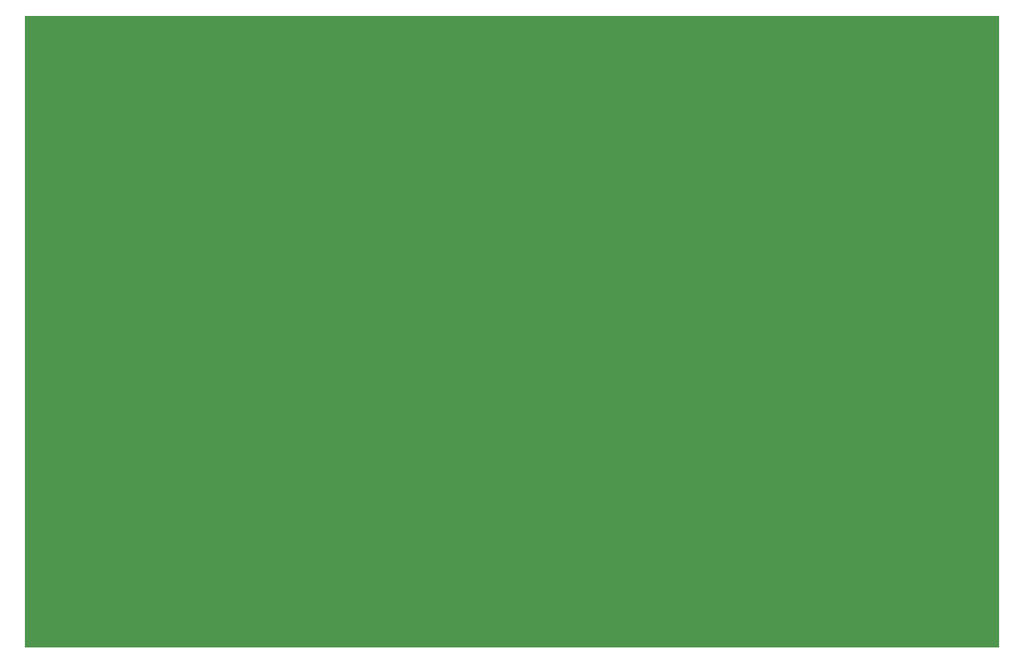
<source format=gbr>
G04 DipTrace 2.3.1.0*
%INBoard.gbr*%
%MOIN*%
%ADD11C,0.0055*%
%FSLAX44Y44*%
G04*
G70*
G90*
G75*
G01*
%LNBoardPoly*%
%LPD*%
G36*
X3937Y3937D2*
D11*
Y36937D1*
X54817D1*
Y3937D1*
X3937D1*
G37*
M02*

</source>
